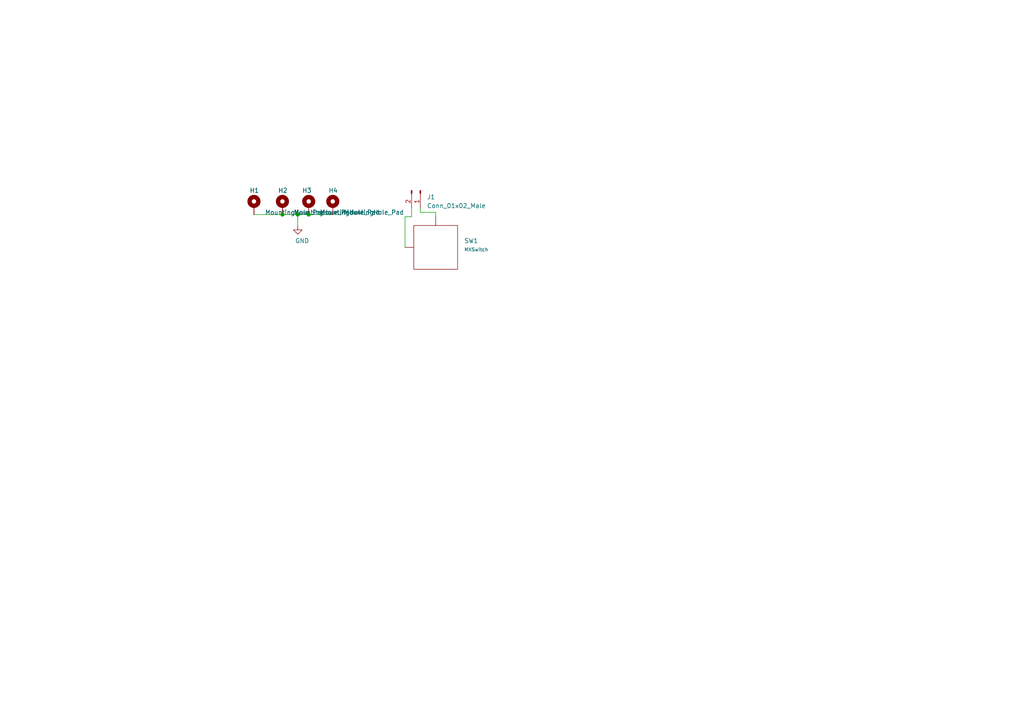
<source format=kicad_sch>
(kicad_sch (version 20210126) (generator eeschema)
  (paper "A4")
  (lib_symbols
    (symbol "AcheronSymbols:MXSwitch" (pin_names (offset 1.016))
      (property "Reference" "SW" (at 0 0 0))
      (property "Value" "MXSwitch" (at 0 -3.81 0))
      (symbol "MXSwitch_0_1"
        (rectangle (start -6.35 6.35) (end 6.35 -6.35))
        (polyline (pts (xy -6.35 0) (xy -8.89 0)))
        (polyline (pts (xy 0 6.35) (xy 0 8.89)))
      )
      (symbol "MXSwitch_1_1"
        (pin output line (at -8.89 0 0) (length 2.54) hide (name "Col") (number "1"))
        (pin input line (at 0 8.89 270) (length 2.54) hide (name "Row") (number "2"))
      )
    )
    (symbol "Connector:Conn_01x02_Male" (pin_names (offset 1.016) hide)
      (property "Reference" "J" (at 0 2.54 0))
      (property "Value" "Conn_01x02_Male" (at 0 -5.08 0))
      (symbol "Conn_01x02_Male_1_1"
        (rectangle (start 0.8636 -2.413) (end 0 -2.667) (stroke (width 0.1524)) (fill (type outline)))
        (rectangle (start 0.8636 0.127) (end 0 -0.127) (stroke (width 0.1524)) (fill (type outline)))
        (polyline (pts (xy 1.27 -2.54) (xy 0.8636 -2.54)) (stroke (width 0.1524)))
        (polyline (pts (xy 1.27 0) (xy 0.8636 0)) (stroke (width 0.1524)))
        (pin passive line (at 5.08 0 180) (length 3.81) (name "Pin_1") (number "1"))
        (pin passive line (at 5.08 -2.54 180) (length 3.81) (name "Pin_2") (number "2"))
      )
    )
    (symbol "Mechanical:MountingHole_Pad" (pin_numbers hide) (pin_names (offset 1.016) hide)
      (property "Reference" "H" (at 0 6.35 0))
      (property "Value" "MountingHole_Pad" (at 0 4.445 0))
      (symbol "MountingHole_Pad_0_1"
        (circle (center 0 1.27) (radius 1.27) (stroke (width 1.27)))
      )
      (symbol "MountingHole_Pad_1_1"
        (pin input line (at 0 -2.54 90) (length 2.54) (name "1") (number "1"))
      )
    )
    (symbol "power:GND" (power) (pin_names (offset 0))
      (property "Value" "GND" (at 0 -3.81 0))
      (symbol "GND_0_1"
        (polyline (pts (xy 0 0) (xy 0 -1.27) (xy 1.27 -1.27) (xy 0 -2.54) (xy -1.27 -1.27) (xy 0 -1.27)))
      )
      (symbol "GND_1_1"
        (pin power_in line (at 0 0 270) (length 0) hide (name "GND") (number "1"))
      )
    )
  )
  (junction (at 81.915 62.23) (diameter 1.016))
  (junction (at 86.36 62.23) (diameter 1.016))
  (junction (at 89.535 62.23) (diameter 1.016))
  (wire (pts (xy 73.66 62.23) (xy 81.915 62.23)))
  (wire (pts (xy 81.915 62.23) (xy 86.36 62.23)))
  (wire (pts (xy 86.36 62.23) (xy 86.36 65.405)))
  (wire (pts (xy 86.36 62.23) (xy 89.535 62.23)))
  (wire (pts (xy 89.535 62.23) (xy 96.52 62.23)))
  (wire (pts (xy 117.475 62.865) (xy 117.475 71.755)))
  (wire (pts (xy 119.38 60.325) (xy 119.38 62.865)))
  (wire (pts (xy 119.38 62.865) (xy 117.475 62.865)))
  (wire (pts (xy 121.92 60.325) (xy 121.92 61.595)))
  (wire (pts (xy 121.92 61.595) (xy 126.365 61.595)))
  (wire (pts (xy 126.365 61.595) (xy 126.365 62.865)))
  (symbol (lib_id "power:GND") (at 86.36 65.405 0) (unit 1)
    (property "Reference" "#PWR0101" (effects hide))
    (property "Value" "GND" (at 87.63 69.85 0))
  )
  (symbol (lib_id "Mechanical:MountingHole_Pad") (at 73.66 59.69 0) (unit 1)
    (property "Reference" "H1" (at 72.39 55.245 0) (effects (justify left)))
    (property "Value" "MountingHole_Pad" (at 76.835 61.595 0) (effects (justify left)))
    (property "Footprint" "MountingHole:MountingHole_3.2mm_M3_ISO7380_Pad" (effects hide))
  )
  (symbol (lib_id "Mechanical:MountingHole_Pad") (at 81.915 59.69 0) (unit 1)
    (property "Reference" "H2" (at 80.645 55.245 0) (effects (justify left)))
    (property "Value" "MountingHole_Pad" (at 85.09 61.595 0) (effects (justify left)))
    (property "Footprint" "MountingHole:MountingHole_3.2mm_M3_ISO7380_Pad" (effects hide))
  )
  (symbol (lib_id "Mechanical:MountingHole_Pad") (at 89.535 59.69 0) (unit 1)
    (property "Reference" "H3" (at 87.63 55.245 0) (effects (justify left)))
    (property "Value" "MountingHole_Pad" (at 92.71 61.595 0) (effects (justify left)))
    (property "Footprint" "MountingHole:MountingHole_3.2mm_M3_ISO7380_Pad" (effects hide))
  )
  (symbol (lib_id "Mechanical:MountingHole_Pad") (at 96.52 59.69 0) (unit 1)
    (property "Reference" "H4" (at 95.25 55.245 0) (effects (justify left)))
    (property "Value" "MountingHole_Pad" (at 99.695 61.595 0) (effects (justify left)))
    (property "Footprint" "MountingHole:MountingHole_3.2mm_M3_ISO7380_Pad" (effects hide))
  )
  (symbol (lib_id "Connector:Conn_01x02_Male") (at 121.92 55.245 270) (unit 1)
    (property "Reference" "J1" (at 123.825 57.15 90) (effects (justify left)))
    (property "Value" "Conn_01x02_Male" (at 123.825 59.69 90) (effects (justify left)))
    (property "Footprint" "Connector_PinHeader_2.54mm:PinHeader_2x01_P2.54mm_Vertical" (effects hide))
  )
  (symbol (lib_id "AcheronSymbols:MXSwitch") (at 126.365 71.755 0) (unit 1)
    (property "Reference" "SW1" (at 134.62 69.85 0) (effects (justify left)))
    (property "Value" "MXSwitch" (at 134.62 72.39 0) (effects (font (size 0.9906 0.9906)) (justify left)))
    (property "Footprint" "AcheronMXH:MX100H" (effects hide))
  )
)
</source>
